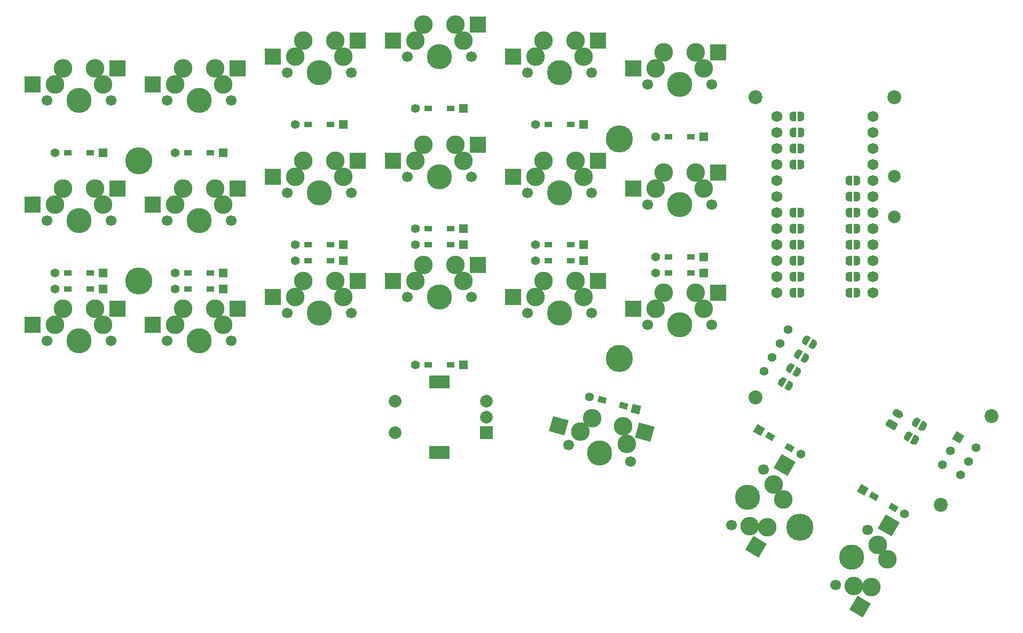
<source format=gbr>
%TF.GenerationSoftware,KiCad,Pcbnew,(5.1.9-0-10_14)*%
%TF.CreationDate,2021-10-14T21:57:33+01:00*%
%TF.ProjectId,edoxpcb,65646f78-7063-4622-9e6b-696361645f70,rev?*%
%TF.SameCoordinates,Original*%
%TF.FileFunction,Soldermask,Bot*%
%TF.FilePolarity,Negative*%
%FSLAX46Y46*%
G04 Gerber Fmt 4.6, Leading zero omitted, Abs format (unit mm)*
G04 Created by KiCad (PCBNEW (5.1.9-0-10_14)) date 2021-10-14 21:57:33*
%MOMM*%
%LPD*%
G01*
G04 APERTURE LIST*
%ADD10C,4.300000*%
%ADD11C,1.752600*%
%ADD12C,1.397000*%
%ADD13R,2.000000X2.000000*%
%ADD14C,2.000000*%
%ADD15R,3.200000X2.000000*%
%ADD16C,1.700000*%
%ADD17C,2.950000*%
%ADD18R,2.550000X2.500000*%
%ADD19C,3.980180*%
%ADD20C,0.100000*%
%ADD21C,1.400000*%
%ADD22C,2.200000*%
%ADD23R,1.397000X1.397000*%
%ADD24R,1.300000X0.950000*%
G04 APERTURE END LIST*
D10*
%TO.C,H5*%
X57746536Y-49946449D03*
%TD*%
D11*
%TO.C,U0*%
X97966533Y-34401450D03*
X97966533Y-14081450D03*
X82726533Y-21701450D03*
X82726533Y-19161450D03*
X97966533Y-26781450D03*
X97966533Y-29321450D03*
X82726533Y-11541450D03*
X82726533Y-14081450D03*
X82726533Y-34401450D03*
X97966533Y-11541450D03*
X97966533Y-16621450D03*
X97966533Y-39481450D03*
X97966533Y-31861450D03*
X97966533Y-36941450D03*
X82726533Y-29321450D03*
X82726533Y-16621450D03*
X82726533Y-24241450D03*
X97966533Y-21701450D03*
X97966533Y-19161450D03*
X82726533Y-26781450D03*
X82726533Y-36941450D03*
X82726533Y-31861450D03*
X97966533Y-24241450D03*
X82726533Y-39481450D03*
%TD*%
D12*
%TO.C,OL1*%
X80685531Y-51959564D03*
X81955531Y-49759859D03*
X83225531Y-47560155D03*
X84495531Y-45360450D03*
%TD*%
D13*
%TO.C,SW32*%
X36672154Y-61710810D03*
D14*
X36672154Y-59210810D03*
X36672154Y-56710810D03*
D15*
X29172154Y-64810810D03*
X29172154Y-53610810D03*
D14*
X22172154Y-61710810D03*
X22172154Y-56710810D03*
%TD*%
%TO.C,SWRST1*%
X101371531Y-27491451D03*
X101371531Y-20991451D03*
%TD*%
D16*
%TO.C,SW25*%
X72351536Y-44606447D03*
X62191536Y-44606447D03*
D17*
X64731536Y-39526447D03*
X69811536Y-39526447D03*
D18*
X73361536Y-39526447D03*
D17*
X63461536Y-42066447D03*
D19*
X67271536Y-44606447D03*
D18*
X59911536Y-42066447D03*
D17*
X71081536Y-42066447D03*
%TD*%
D20*
%TO.C,SWPOW1*%
G36*
X111204377Y-61439526D02*
G01*
X112416813Y-62139526D01*
X111716813Y-63351962D01*
X110504377Y-62651962D01*
X111204377Y-61439526D01*
G37*
D21*
X110210595Y-64560808D03*
X108960595Y-66725871D03*
X114318479Y-64045744D03*
X113068479Y-66210808D03*
X111818479Y-68375871D03*
%TD*%
%TO.C,BT1*%
G36*
G01*
X101145800Y-61220590D02*
X100063266Y-60595589D01*
G75*
G02*
X99971761Y-60254085I125000J216505D01*
G01*
X100321762Y-59647866D01*
G75*
G02*
X100663267Y-59556360I216505J-124999D01*
G01*
X101745800Y-60181361D01*
G75*
G02*
X101837305Y-60522865I-125000J-216505D01*
G01*
X101487304Y-61129084D01*
G75*
G02*
X101145800Y-61220590I-216505J124999D01*
G01*
G37*
G36*
G01*
X101842690Y-59313540D02*
X101366376Y-59038540D01*
G75*
G02*
X101146761Y-58218925I300000J519615D01*
G01*
X101146761Y-58218925D01*
G75*
G02*
X101966376Y-57999310I519615J-300000D01*
G01*
X102442690Y-58274310D01*
G75*
G02*
X102662305Y-59093925I-300000J-519615D01*
G01*
X102662305Y-59093925D01*
G75*
G02*
X101842690Y-59313540I-519615J300000D01*
G01*
G37*
%TD*%
D10*
%TO.C,H4*%
X86320536Y-76679450D03*
%TD*%
%TO.C,H3*%
X57746536Y-15076449D03*
%TD*%
%TO.C,H2*%
X-18453464Y-37621449D03*
%TD*%
%TO.C,H1*%
X-18453464Y-18571449D03*
%TD*%
D22*
%TO.C,H10*%
X116790536Y-59052449D03*
%TD*%
%TO.C,H9*%
X108690536Y-73082448D03*
%TD*%
%TO.C,H8*%
X79321537Y-56125448D03*
%TD*%
%TO.C,H7*%
X101371535Y-8506449D03*
%TD*%
%TO.C,H6*%
X79321536Y-8506449D03*
%TD*%
D20*
%TO.C,JPRSTB1*%
G36*
X85251533Y-17370847D02*
G01*
X85226999Y-17370847D01*
X85178168Y-17366037D01*
X85130043Y-17356465D01*
X85083088Y-17342221D01*
X85037755Y-17323444D01*
X84994482Y-17300313D01*
X84953683Y-17273053D01*
X84915754Y-17241925D01*
X84881057Y-17207228D01*
X84849929Y-17169299D01*
X84822669Y-17128500D01*
X84799538Y-17085227D01*
X84780761Y-17039894D01*
X84766517Y-16992939D01*
X84756945Y-16944814D01*
X84752135Y-16895983D01*
X84752135Y-16871449D01*
X84751533Y-16871449D01*
X84751533Y-16371449D01*
X84752135Y-16371449D01*
X84752135Y-16346915D01*
X84756945Y-16298084D01*
X84766517Y-16249959D01*
X84780761Y-16203004D01*
X84799538Y-16157671D01*
X84822669Y-16114398D01*
X84849929Y-16073599D01*
X84881057Y-16035670D01*
X84915754Y-16000973D01*
X84953683Y-15969845D01*
X84994482Y-15942585D01*
X85037755Y-15919454D01*
X85083088Y-15900677D01*
X85130043Y-15886433D01*
X85178168Y-15876861D01*
X85226999Y-15872051D01*
X85251533Y-15872051D01*
X85251533Y-15871449D01*
X85751533Y-15871449D01*
X85751533Y-17371449D01*
X85251533Y-17371449D01*
X85251533Y-17370847D01*
G37*
G36*
X86051533Y-15871449D02*
G01*
X86551533Y-15871449D01*
X86551533Y-15872051D01*
X86576067Y-15872051D01*
X86624898Y-15876861D01*
X86673023Y-15886433D01*
X86719978Y-15900677D01*
X86765311Y-15919454D01*
X86808584Y-15942585D01*
X86849383Y-15969845D01*
X86887312Y-16000973D01*
X86922009Y-16035670D01*
X86953137Y-16073599D01*
X86980397Y-16114398D01*
X87003528Y-16157671D01*
X87022305Y-16203004D01*
X87036549Y-16249959D01*
X87046121Y-16298084D01*
X87050931Y-16346915D01*
X87050931Y-16371449D01*
X87051533Y-16371449D01*
X87051533Y-16871449D01*
X87050931Y-16871449D01*
X87050931Y-16895983D01*
X87046121Y-16944814D01*
X87036549Y-16992939D01*
X87022305Y-17039894D01*
X87003528Y-17085227D01*
X86980397Y-17128500D01*
X86953137Y-17169299D01*
X86922009Y-17207228D01*
X86887312Y-17241925D01*
X86849383Y-17273053D01*
X86808584Y-17300313D01*
X86765311Y-17323444D01*
X86719978Y-17342221D01*
X86673023Y-17356465D01*
X86624898Y-17366037D01*
X86576067Y-17370847D01*
X86551533Y-17370847D01*
X86551533Y-17371449D01*
X86051533Y-17371449D01*
X86051533Y-15871449D01*
G37*
%TD*%
%TO.C,JPOVCCB1*%
G36*
X85703988Y-49855595D02*
G01*
X85682741Y-49843328D01*
X85642857Y-49814747D01*
X85605966Y-49782395D01*
X85572423Y-49746581D01*
X85542552Y-49707654D01*
X85516642Y-49665985D01*
X85494939Y-49621978D01*
X85477656Y-49576055D01*
X85464956Y-49528658D01*
X85456963Y-49480247D01*
X85453754Y-49431284D01*
X85455359Y-49382243D01*
X85461764Y-49333595D01*
X85472906Y-49285809D01*
X85488679Y-49239345D01*
X85508929Y-49194651D01*
X85521196Y-49173404D01*
X85520674Y-49173103D01*
X85770674Y-48740091D01*
X85771196Y-48740392D01*
X85783463Y-48719145D01*
X85812044Y-48679261D01*
X85844396Y-48642369D01*
X85880209Y-48608827D01*
X85919137Y-48578956D01*
X85960805Y-48553046D01*
X86004813Y-48531343D01*
X86050735Y-48514060D01*
X86098132Y-48501360D01*
X86146543Y-48493366D01*
X86195506Y-48490158D01*
X86244547Y-48491762D01*
X86293195Y-48498168D01*
X86340982Y-48509309D01*
X86387445Y-48525082D01*
X86432139Y-48545332D01*
X86453386Y-48557599D01*
X86453687Y-48557078D01*
X86886700Y-48807078D01*
X86136700Y-50106116D01*
X85703687Y-49856116D01*
X85703988Y-49855595D01*
G37*
G36*
X87146508Y-48957078D02*
G01*
X87579521Y-49207078D01*
X87579220Y-49207599D01*
X87600467Y-49219866D01*
X87640351Y-49248447D01*
X87677242Y-49280799D01*
X87710785Y-49316613D01*
X87740656Y-49355540D01*
X87766566Y-49397209D01*
X87788269Y-49441216D01*
X87805552Y-49487139D01*
X87818252Y-49534536D01*
X87826245Y-49582947D01*
X87829454Y-49631910D01*
X87827849Y-49680951D01*
X87821444Y-49729599D01*
X87810302Y-49777385D01*
X87794529Y-49823849D01*
X87774279Y-49868543D01*
X87762012Y-49889790D01*
X87762534Y-49890091D01*
X87512534Y-50323103D01*
X87512012Y-50322802D01*
X87499745Y-50344049D01*
X87471164Y-50383933D01*
X87438812Y-50420825D01*
X87402999Y-50454367D01*
X87364071Y-50484238D01*
X87322403Y-50510148D01*
X87278395Y-50531851D01*
X87232473Y-50549134D01*
X87185076Y-50561834D01*
X87136665Y-50569828D01*
X87087702Y-50573036D01*
X87038661Y-50571432D01*
X86990013Y-50565026D01*
X86942226Y-50553885D01*
X86895763Y-50538112D01*
X86851069Y-50517862D01*
X86829822Y-50505595D01*
X86829521Y-50506116D01*
X86396508Y-50256116D01*
X87146508Y-48957078D01*
G37*
%TD*%
%TO.C,JPOSDAB1*%
G36*
X83163985Y-54255005D02*
G01*
X83142738Y-54242738D01*
X83102854Y-54214157D01*
X83065963Y-54181805D01*
X83032420Y-54145991D01*
X83002549Y-54107064D01*
X82976639Y-54065395D01*
X82954936Y-54021388D01*
X82937653Y-53975465D01*
X82924953Y-53928068D01*
X82916960Y-53879657D01*
X82913751Y-53830694D01*
X82915356Y-53781653D01*
X82921761Y-53733005D01*
X82932903Y-53685219D01*
X82948676Y-53638755D01*
X82968926Y-53594061D01*
X82981193Y-53572814D01*
X82980671Y-53572513D01*
X83230671Y-53139501D01*
X83231193Y-53139802D01*
X83243460Y-53118555D01*
X83272041Y-53078671D01*
X83304393Y-53041779D01*
X83340206Y-53008237D01*
X83379134Y-52978366D01*
X83420802Y-52952456D01*
X83464810Y-52930753D01*
X83510732Y-52913470D01*
X83558129Y-52900770D01*
X83606540Y-52892776D01*
X83655503Y-52889568D01*
X83704544Y-52891172D01*
X83753192Y-52897578D01*
X83800979Y-52908719D01*
X83847442Y-52924492D01*
X83892136Y-52944742D01*
X83913383Y-52957009D01*
X83913684Y-52956488D01*
X84346697Y-53206488D01*
X83596697Y-54505526D01*
X83163684Y-54255526D01*
X83163985Y-54255005D01*
G37*
G36*
X84606505Y-53356488D02*
G01*
X85039518Y-53606488D01*
X85039217Y-53607009D01*
X85060464Y-53619276D01*
X85100348Y-53647857D01*
X85137239Y-53680209D01*
X85170782Y-53716023D01*
X85200653Y-53754950D01*
X85226563Y-53796619D01*
X85248266Y-53840626D01*
X85265549Y-53886549D01*
X85278249Y-53933946D01*
X85286242Y-53982357D01*
X85289451Y-54031320D01*
X85287846Y-54080361D01*
X85281441Y-54129009D01*
X85270299Y-54176795D01*
X85254526Y-54223259D01*
X85234276Y-54267953D01*
X85222009Y-54289200D01*
X85222531Y-54289501D01*
X84972531Y-54722513D01*
X84972009Y-54722212D01*
X84959742Y-54743459D01*
X84931161Y-54783343D01*
X84898809Y-54820235D01*
X84862996Y-54853777D01*
X84824068Y-54883648D01*
X84782400Y-54909558D01*
X84738392Y-54931261D01*
X84692470Y-54948544D01*
X84645073Y-54961244D01*
X84596662Y-54969238D01*
X84547699Y-54972446D01*
X84498658Y-54970842D01*
X84450010Y-54964436D01*
X84402223Y-54953295D01*
X84355760Y-54937522D01*
X84311066Y-54917272D01*
X84289819Y-54905005D01*
X84289518Y-54905526D01*
X83856505Y-54655526D01*
X84606505Y-53356488D01*
G37*
%TD*%
%TO.C,JPOSCLB1*%
G36*
X84433984Y-52055301D02*
G01*
X84412737Y-52043034D01*
X84372853Y-52014453D01*
X84335962Y-51982101D01*
X84302419Y-51946287D01*
X84272548Y-51907360D01*
X84246638Y-51865691D01*
X84224935Y-51821684D01*
X84207652Y-51775761D01*
X84194952Y-51728364D01*
X84186959Y-51679953D01*
X84183750Y-51630990D01*
X84185355Y-51581949D01*
X84191760Y-51533301D01*
X84202902Y-51485515D01*
X84218675Y-51439051D01*
X84238925Y-51394357D01*
X84251192Y-51373110D01*
X84250670Y-51372809D01*
X84500670Y-50939797D01*
X84501192Y-50940098D01*
X84513459Y-50918851D01*
X84542040Y-50878967D01*
X84574392Y-50842075D01*
X84610205Y-50808533D01*
X84649133Y-50778662D01*
X84690801Y-50752752D01*
X84734809Y-50731049D01*
X84780731Y-50713766D01*
X84828128Y-50701066D01*
X84876539Y-50693072D01*
X84925502Y-50689864D01*
X84974543Y-50691468D01*
X85023191Y-50697874D01*
X85070978Y-50709015D01*
X85117441Y-50724788D01*
X85162135Y-50745038D01*
X85183382Y-50757305D01*
X85183683Y-50756784D01*
X85616696Y-51006784D01*
X84866696Y-52305822D01*
X84433683Y-52055822D01*
X84433984Y-52055301D01*
G37*
G36*
X85876504Y-51156784D02*
G01*
X86309517Y-51406784D01*
X86309216Y-51407305D01*
X86330463Y-51419572D01*
X86370347Y-51448153D01*
X86407238Y-51480505D01*
X86440781Y-51516319D01*
X86470652Y-51555246D01*
X86496562Y-51596915D01*
X86518265Y-51640922D01*
X86535548Y-51686845D01*
X86548248Y-51734242D01*
X86556241Y-51782653D01*
X86559450Y-51831616D01*
X86557845Y-51880657D01*
X86551440Y-51929305D01*
X86540298Y-51977091D01*
X86524525Y-52023555D01*
X86504275Y-52068249D01*
X86492008Y-52089496D01*
X86492530Y-52089797D01*
X86242530Y-52522809D01*
X86242008Y-52522508D01*
X86229741Y-52543755D01*
X86201160Y-52583639D01*
X86168808Y-52620531D01*
X86132995Y-52654073D01*
X86094067Y-52683944D01*
X86052399Y-52709854D01*
X86008391Y-52731557D01*
X85962469Y-52748840D01*
X85915072Y-52761540D01*
X85866661Y-52769534D01*
X85817698Y-52772742D01*
X85768657Y-52771138D01*
X85720009Y-52764732D01*
X85672222Y-52753591D01*
X85625759Y-52737818D01*
X85581065Y-52717568D01*
X85559818Y-52705301D01*
X85559517Y-52705822D01*
X85126504Y-52455822D01*
X85876504Y-51156784D01*
G37*
%TD*%
%TO.C,JPOGNDB1*%
G36*
X86973986Y-47655892D02*
G01*
X86952739Y-47643625D01*
X86912855Y-47615044D01*
X86875964Y-47582692D01*
X86842421Y-47546878D01*
X86812550Y-47507951D01*
X86786640Y-47466282D01*
X86764937Y-47422275D01*
X86747654Y-47376352D01*
X86734954Y-47328955D01*
X86726961Y-47280544D01*
X86723752Y-47231581D01*
X86725357Y-47182540D01*
X86731762Y-47133892D01*
X86742904Y-47086106D01*
X86758677Y-47039642D01*
X86778927Y-46994948D01*
X86791194Y-46973701D01*
X86790672Y-46973400D01*
X87040672Y-46540388D01*
X87041194Y-46540689D01*
X87053461Y-46519442D01*
X87082042Y-46479558D01*
X87114394Y-46442666D01*
X87150207Y-46409124D01*
X87189135Y-46379253D01*
X87230803Y-46353343D01*
X87274811Y-46331640D01*
X87320733Y-46314357D01*
X87368130Y-46301657D01*
X87416541Y-46293663D01*
X87465504Y-46290455D01*
X87514545Y-46292059D01*
X87563193Y-46298465D01*
X87610980Y-46309606D01*
X87657443Y-46325379D01*
X87702137Y-46345629D01*
X87723384Y-46357896D01*
X87723685Y-46357375D01*
X88156698Y-46607375D01*
X87406698Y-47906413D01*
X86973685Y-47656413D01*
X86973986Y-47655892D01*
G37*
G36*
X88416506Y-46757375D02*
G01*
X88849519Y-47007375D01*
X88849218Y-47007896D01*
X88870465Y-47020163D01*
X88910349Y-47048744D01*
X88947240Y-47081096D01*
X88980783Y-47116910D01*
X89010654Y-47155837D01*
X89036564Y-47197506D01*
X89058267Y-47241513D01*
X89075550Y-47287436D01*
X89088250Y-47334833D01*
X89096243Y-47383244D01*
X89099452Y-47432207D01*
X89097847Y-47481248D01*
X89091442Y-47529896D01*
X89080300Y-47577682D01*
X89064527Y-47624146D01*
X89044277Y-47668840D01*
X89032010Y-47690087D01*
X89032532Y-47690388D01*
X88782532Y-48123400D01*
X88782010Y-48123099D01*
X88769743Y-48144346D01*
X88741162Y-48184230D01*
X88708810Y-48221122D01*
X88672997Y-48254664D01*
X88634069Y-48284535D01*
X88592401Y-48310445D01*
X88548393Y-48332148D01*
X88502471Y-48349431D01*
X88455074Y-48362131D01*
X88406663Y-48370125D01*
X88357700Y-48373333D01*
X88308659Y-48371729D01*
X88260011Y-48365323D01*
X88212224Y-48354182D01*
X88165761Y-48338409D01*
X88121067Y-48318159D01*
X88099820Y-48305892D01*
X88099519Y-48306413D01*
X87666506Y-48056413D01*
X88416506Y-46757375D01*
G37*
%TD*%
D16*
%TO.C,SW35*%
X92029533Y-85840857D03*
X97109533Y-77042039D03*
D17*
X100238942Y-81781743D03*
X97698942Y-86181153D03*
D20*
G36*
X95478910Y-87526361D02*
G01*
X97643974Y-88776361D01*
X96368974Y-90984725D01*
X94203910Y-89734725D01*
X95478910Y-87526361D01*
G37*
D17*
X98674238Y-79411891D03*
D19*
X94569533Y-81441448D03*
D20*
G36*
X100004206Y-74608319D02*
G01*
X102169270Y-75858319D01*
X100894270Y-78066683D01*
X98729206Y-76816683D01*
X100004206Y-74608319D01*
G37*
D17*
X94864238Y-86011005D03*
%TD*%
D16*
%TO.C,SW34*%
X75531535Y-76315858D03*
X80611535Y-67517040D03*
D17*
X83740944Y-72256744D03*
X81200944Y-76656154D03*
D20*
G36*
X78980912Y-78001362D02*
G01*
X81145976Y-79251362D01*
X79870976Y-81459726D01*
X77705912Y-80209726D01*
X78980912Y-78001362D01*
G37*
D17*
X82176240Y-69886892D03*
D19*
X78071535Y-71916449D03*
D20*
G36*
X83506208Y-65083320D02*
G01*
X85671272Y-66333320D01*
X84396272Y-68541684D01*
X82231208Y-67291684D01*
X83506208Y-65083320D01*
G37*
D17*
X78366240Y-76486006D03*
%TD*%
D16*
%TO.C,SW33*%
X59478434Y-66241246D03*
X49664628Y-63611644D03*
D17*
X53432880Y-59362141D03*
X58339783Y-60676942D03*
D20*
G36*
X60213741Y-62473163D02*
G01*
X60860788Y-60058348D01*
X63323899Y-60718337D01*
X62676852Y-63133152D01*
X60213741Y-62473163D01*
G37*
D17*
X51548754Y-61486893D03*
D19*
X54571531Y-64926445D03*
D20*
G36*
X46564638Y-61445498D02*
G01*
X47211685Y-59030683D01*
X49674796Y-59690672D01*
X49027749Y-62105487D01*
X46564638Y-61445498D01*
G37*
D17*
X58909109Y-63459094D03*
%TD*%
D16*
%TO.C,SW24*%
X53301532Y-42701449D03*
X43141532Y-42701449D03*
D17*
X45681532Y-37621449D03*
X50761532Y-37621449D03*
D18*
X54311532Y-37621449D03*
D17*
X44411532Y-40161449D03*
D19*
X48221532Y-42701449D03*
D18*
X40861532Y-40161449D03*
D17*
X52031532Y-40161449D03*
%TD*%
D16*
%TO.C,SW23*%
X34251535Y-40161449D03*
X24091535Y-40161449D03*
D17*
X26631535Y-35081449D03*
X31711535Y-35081449D03*
D18*
X35261535Y-35081449D03*
D17*
X25361535Y-37621449D03*
D19*
X29171535Y-40161449D03*
D18*
X21811535Y-37621449D03*
D17*
X32981535Y-37621449D03*
%TD*%
D16*
%TO.C,SW22*%
X15201532Y-42701449D03*
X5041532Y-42701449D03*
D17*
X7581532Y-37621449D03*
X12661532Y-37621449D03*
D18*
X16211532Y-37621449D03*
D17*
X6311532Y-40161449D03*
D19*
X10121532Y-42701449D03*
D18*
X2761532Y-40161449D03*
D17*
X13931532Y-40161449D03*
%TD*%
D16*
%TO.C,SW21*%
X-3848468Y-47146449D03*
X-14008468Y-47146449D03*
D17*
X-11468468Y-42066449D03*
X-6388468Y-42066449D03*
D18*
X-2838468Y-42066449D03*
D17*
X-12738468Y-44606449D03*
D19*
X-8928468Y-47146449D03*
D18*
X-16288468Y-44606449D03*
D17*
X-5118468Y-44606449D03*
%TD*%
D16*
%TO.C,SW20*%
X-22898468Y-47146449D03*
X-33058468Y-47146449D03*
D17*
X-30518468Y-42066449D03*
X-25438468Y-42066449D03*
D18*
X-21888468Y-42066449D03*
D17*
X-31788468Y-44606449D03*
D19*
X-27978468Y-47146449D03*
D18*
X-35338468Y-44606449D03*
D17*
X-24168468Y-44606449D03*
%TD*%
D16*
%TO.C,SW15*%
X72351534Y-25556446D03*
X62191534Y-25556446D03*
D17*
X64731534Y-20476446D03*
X69811534Y-20476446D03*
D18*
X73361534Y-20476446D03*
D17*
X63461534Y-23016446D03*
D19*
X67271534Y-25556446D03*
D18*
X59911534Y-23016446D03*
D17*
X71081534Y-23016446D03*
%TD*%
D16*
%TO.C,SW14*%
X53301532Y-23651449D03*
X43141532Y-23651449D03*
D17*
X45681532Y-18571449D03*
X50761532Y-18571449D03*
D18*
X54311532Y-18571449D03*
D17*
X44411532Y-21111449D03*
D19*
X48221532Y-23651449D03*
D18*
X40861532Y-21111449D03*
D17*
X52031532Y-21111449D03*
%TD*%
D16*
%TO.C,SW13*%
X34251535Y-21111449D03*
X24091535Y-21111449D03*
D17*
X26631535Y-16031449D03*
X31711535Y-16031449D03*
D18*
X35261535Y-16031449D03*
D17*
X25361535Y-18571449D03*
D19*
X29171535Y-21111449D03*
D18*
X21811535Y-18571449D03*
D17*
X32981535Y-18571449D03*
%TD*%
D16*
%TO.C,SW12*%
X15201535Y-23651450D03*
X5041535Y-23651450D03*
D17*
X7581535Y-18571450D03*
X12661535Y-18571450D03*
D18*
X16211535Y-18571450D03*
D17*
X6311535Y-21111450D03*
D19*
X10121535Y-23651450D03*
D18*
X2761535Y-21111450D03*
D17*
X13931535Y-21111450D03*
%TD*%
D16*
%TO.C,SW11*%
X-3848469Y-28096449D03*
X-14008469Y-28096449D03*
D17*
X-11468469Y-23016449D03*
X-6388469Y-23016449D03*
D18*
X-2838469Y-23016449D03*
D17*
X-12738469Y-25556449D03*
D19*
X-8928469Y-28096449D03*
D18*
X-16288469Y-25556449D03*
D17*
X-5118469Y-25556449D03*
%TD*%
D16*
%TO.C,SW10*%
X-22898468Y-28096449D03*
X-33058468Y-28096449D03*
D17*
X-30518468Y-23016449D03*
X-25438468Y-23016449D03*
D18*
X-21888468Y-23016449D03*
D17*
X-31788468Y-25556449D03*
D19*
X-27978468Y-28096449D03*
D18*
X-35338468Y-25556449D03*
D17*
X-24168468Y-25556449D03*
%TD*%
D16*
%TO.C,SW5*%
X72351531Y-6506449D03*
X62191531Y-6506449D03*
D17*
X64731531Y-1426449D03*
X69811531Y-1426449D03*
D18*
X73361531Y-1426449D03*
D17*
X63461531Y-3966449D03*
D19*
X67271531Y-6506449D03*
D18*
X59911531Y-3966449D03*
D17*
X71081531Y-3966449D03*
%TD*%
D16*
%TO.C,SW4*%
X53301532Y-4601451D03*
X43141532Y-4601451D03*
D17*
X45681532Y478549D03*
X50761532Y478549D03*
D18*
X54311532Y478549D03*
D17*
X44411532Y-2061451D03*
D19*
X48221532Y-4601451D03*
D18*
X40861532Y-2061451D03*
D17*
X52031532Y-2061451D03*
%TD*%
D16*
%TO.C,SW3*%
X34251534Y-2061450D03*
X24091534Y-2061450D03*
D17*
X26631534Y3018550D03*
X31711534Y3018550D03*
D18*
X35261534Y3018550D03*
D17*
X25361534Y478550D03*
D19*
X29171534Y-2061450D03*
D18*
X21811534Y478550D03*
D17*
X32981534Y478550D03*
%TD*%
D16*
%TO.C,SW2*%
X15201536Y-4601450D03*
X5041536Y-4601450D03*
D17*
X7581536Y478550D03*
X12661536Y478550D03*
D18*
X16211536Y478550D03*
D17*
X6311536Y-2061450D03*
D19*
X10121536Y-4601450D03*
D18*
X2761536Y-2061450D03*
D17*
X13931536Y-2061450D03*
%TD*%
D16*
%TO.C,SW1*%
X-3848469Y-9046451D03*
X-14008469Y-9046451D03*
D17*
X-11468469Y-3966451D03*
X-6388469Y-3966451D03*
D18*
X-2838469Y-3966451D03*
D17*
X-12738469Y-6506451D03*
D19*
X-8928469Y-9046451D03*
D18*
X-16288469Y-6506451D03*
D17*
X-5118469Y-6506451D03*
%TD*%
D16*
%TO.C,SW0*%
X-22898464Y-9046449D03*
X-33058464Y-9046449D03*
D17*
X-30518464Y-3966449D03*
X-25438464Y-3966449D03*
D18*
X-21888464Y-3966449D03*
D17*
X-31788464Y-6506449D03*
D19*
X-27978464Y-9046449D03*
D18*
X-35338464Y-6506449D03*
D17*
X-24168464Y-6506449D03*
%TD*%
D20*
%TO.C,JP-B1*%
G36*
X103131473Y-62851299D02*
G01*
X103110226Y-62839032D01*
X103070342Y-62810451D01*
X103033451Y-62778099D01*
X102999908Y-62742285D01*
X102970037Y-62703358D01*
X102944127Y-62661689D01*
X102922424Y-62617682D01*
X102905141Y-62571759D01*
X102892441Y-62524362D01*
X102884448Y-62475951D01*
X102881239Y-62426988D01*
X102882844Y-62377947D01*
X102889249Y-62329299D01*
X102900391Y-62281513D01*
X102916164Y-62235049D01*
X102936414Y-62190355D01*
X102948681Y-62169108D01*
X102948159Y-62168807D01*
X103198159Y-61735795D01*
X103198681Y-61736096D01*
X103210948Y-61714849D01*
X103239529Y-61674965D01*
X103271881Y-61638073D01*
X103307694Y-61604531D01*
X103346622Y-61574660D01*
X103388290Y-61548750D01*
X103432298Y-61527047D01*
X103478220Y-61509764D01*
X103525617Y-61497064D01*
X103574028Y-61489070D01*
X103622991Y-61485862D01*
X103672032Y-61487466D01*
X103720680Y-61493872D01*
X103768467Y-61505013D01*
X103814930Y-61520786D01*
X103859624Y-61541036D01*
X103880871Y-61553303D01*
X103881172Y-61552782D01*
X104314185Y-61802782D01*
X103564185Y-63101820D01*
X103131172Y-62851820D01*
X103131473Y-62851299D01*
G37*
G36*
X104573993Y-61952782D02*
G01*
X105007006Y-62202782D01*
X105006705Y-62203303D01*
X105027952Y-62215570D01*
X105067836Y-62244151D01*
X105104727Y-62276503D01*
X105138270Y-62312317D01*
X105168141Y-62351244D01*
X105194051Y-62392913D01*
X105215754Y-62436920D01*
X105233037Y-62482843D01*
X105245737Y-62530240D01*
X105253730Y-62578651D01*
X105256939Y-62627614D01*
X105255334Y-62676655D01*
X105248929Y-62725303D01*
X105237787Y-62773089D01*
X105222014Y-62819553D01*
X105201764Y-62864247D01*
X105189497Y-62885494D01*
X105190019Y-62885795D01*
X104940019Y-63318807D01*
X104939497Y-63318506D01*
X104927230Y-63339753D01*
X104898649Y-63379637D01*
X104866297Y-63416529D01*
X104830484Y-63450071D01*
X104791556Y-63479942D01*
X104749888Y-63505852D01*
X104705880Y-63527555D01*
X104659958Y-63544838D01*
X104612561Y-63557538D01*
X104564150Y-63565532D01*
X104515187Y-63568740D01*
X104466146Y-63567136D01*
X104417498Y-63560730D01*
X104369711Y-63549589D01*
X104323248Y-63533816D01*
X104278554Y-63513566D01*
X104257307Y-63501299D01*
X104257006Y-63501820D01*
X103823993Y-63251820D01*
X104573993Y-61952782D01*
G37*
%TD*%
%TO.C,JP+B1*%
G36*
X104401473Y-60651594D02*
G01*
X104380226Y-60639327D01*
X104340342Y-60610746D01*
X104303451Y-60578394D01*
X104269908Y-60542580D01*
X104240037Y-60503653D01*
X104214127Y-60461984D01*
X104192424Y-60417977D01*
X104175141Y-60372054D01*
X104162441Y-60324657D01*
X104154448Y-60276246D01*
X104151239Y-60227283D01*
X104152844Y-60178242D01*
X104159249Y-60129594D01*
X104170391Y-60081808D01*
X104186164Y-60035344D01*
X104206414Y-59990650D01*
X104218681Y-59969403D01*
X104218159Y-59969102D01*
X104468159Y-59536090D01*
X104468681Y-59536391D01*
X104480948Y-59515144D01*
X104509529Y-59475260D01*
X104541881Y-59438368D01*
X104577694Y-59404826D01*
X104616622Y-59374955D01*
X104658290Y-59349045D01*
X104702298Y-59327342D01*
X104748220Y-59310059D01*
X104795617Y-59297359D01*
X104844028Y-59289365D01*
X104892991Y-59286157D01*
X104942032Y-59287761D01*
X104990680Y-59294167D01*
X105038467Y-59305308D01*
X105084930Y-59321081D01*
X105129624Y-59341331D01*
X105150871Y-59353598D01*
X105151172Y-59353077D01*
X105584185Y-59603077D01*
X104834185Y-60902115D01*
X104401172Y-60652115D01*
X104401473Y-60651594D01*
G37*
G36*
X105843993Y-59753077D02*
G01*
X106277006Y-60003077D01*
X106276705Y-60003598D01*
X106297952Y-60015865D01*
X106337836Y-60044446D01*
X106374727Y-60076798D01*
X106408270Y-60112612D01*
X106438141Y-60151539D01*
X106464051Y-60193208D01*
X106485754Y-60237215D01*
X106503037Y-60283138D01*
X106515737Y-60330535D01*
X106523730Y-60378946D01*
X106526939Y-60427909D01*
X106525334Y-60476950D01*
X106518929Y-60525598D01*
X106507787Y-60573384D01*
X106492014Y-60619848D01*
X106471764Y-60664542D01*
X106459497Y-60685789D01*
X106460019Y-60686090D01*
X106210019Y-61119102D01*
X106209497Y-61118801D01*
X106197230Y-61140048D01*
X106168649Y-61179932D01*
X106136297Y-61216824D01*
X106100484Y-61250366D01*
X106061556Y-61280237D01*
X106019888Y-61306147D01*
X105975880Y-61327850D01*
X105929958Y-61345133D01*
X105882561Y-61357833D01*
X105834150Y-61365827D01*
X105785187Y-61369035D01*
X105736146Y-61367431D01*
X105687498Y-61361025D01*
X105639711Y-61349884D01*
X105593248Y-61334111D01*
X105548554Y-61313861D01*
X105527307Y-61301594D01*
X105527006Y-61302115D01*
X105093993Y-61052115D01*
X105843993Y-59753077D01*
G37*
%TD*%
%TO.C,JPVCCB1*%
G36*
X85251532Y-19910843D02*
G01*
X85226998Y-19910843D01*
X85178167Y-19906033D01*
X85130042Y-19896461D01*
X85083087Y-19882217D01*
X85037754Y-19863440D01*
X84994481Y-19840309D01*
X84953682Y-19813049D01*
X84915753Y-19781921D01*
X84881056Y-19747224D01*
X84849928Y-19709295D01*
X84822668Y-19668496D01*
X84799537Y-19625223D01*
X84780760Y-19579890D01*
X84766516Y-19532935D01*
X84756944Y-19484810D01*
X84752134Y-19435979D01*
X84752134Y-19411445D01*
X84751532Y-19411445D01*
X84751532Y-18911445D01*
X84752134Y-18911445D01*
X84752134Y-18886911D01*
X84756944Y-18838080D01*
X84766516Y-18789955D01*
X84780760Y-18743000D01*
X84799537Y-18697667D01*
X84822668Y-18654394D01*
X84849928Y-18613595D01*
X84881056Y-18575666D01*
X84915753Y-18540969D01*
X84953682Y-18509841D01*
X84994481Y-18482581D01*
X85037754Y-18459450D01*
X85083087Y-18440673D01*
X85130042Y-18426429D01*
X85178167Y-18416857D01*
X85226998Y-18412047D01*
X85251532Y-18412047D01*
X85251532Y-18411445D01*
X85751532Y-18411445D01*
X85751532Y-19911445D01*
X85251532Y-19911445D01*
X85251532Y-19910843D01*
G37*
G36*
X86051532Y-18411445D02*
G01*
X86551532Y-18411445D01*
X86551532Y-18412047D01*
X86576066Y-18412047D01*
X86624897Y-18416857D01*
X86673022Y-18426429D01*
X86719977Y-18440673D01*
X86765310Y-18459450D01*
X86808583Y-18482581D01*
X86849382Y-18509841D01*
X86887311Y-18540969D01*
X86922008Y-18575666D01*
X86953136Y-18613595D01*
X86980396Y-18654394D01*
X87003527Y-18697667D01*
X87022304Y-18743000D01*
X87036548Y-18789955D01*
X87046120Y-18838080D01*
X87050930Y-18886911D01*
X87050930Y-18911445D01*
X87051532Y-18911445D01*
X87051532Y-19411445D01*
X87050930Y-19411445D01*
X87050930Y-19435979D01*
X87046120Y-19484810D01*
X87036548Y-19532935D01*
X87022304Y-19579890D01*
X87003527Y-19625223D01*
X86980396Y-19668496D01*
X86953136Y-19709295D01*
X86922008Y-19747224D01*
X86887311Y-19781921D01*
X86849382Y-19813049D01*
X86808583Y-19840309D01*
X86765310Y-19863440D01*
X86719977Y-19882217D01*
X86673022Y-19896461D01*
X86624897Y-19906033D01*
X86576066Y-19910843D01*
X86551532Y-19910843D01*
X86551532Y-19911445D01*
X86051532Y-19911445D01*
X86051532Y-18411445D01*
G37*
%TD*%
%TO.C,JPSDAB1*%
G36*
X95426532Y-20952055D02*
G01*
X95451066Y-20952055D01*
X95499897Y-20956865D01*
X95548022Y-20966437D01*
X95594977Y-20980681D01*
X95640310Y-20999458D01*
X95683583Y-21022589D01*
X95724382Y-21049849D01*
X95762311Y-21080977D01*
X95797008Y-21115674D01*
X95828136Y-21153603D01*
X95855396Y-21194402D01*
X95878527Y-21237675D01*
X95897304Y-21283008D01*
X95911548Y-21329963D01*
X95921120Y-21378088D01*
X95925930Y-21426919D01*
X95925930Y-21451453D01*
X95926532Y-21451453D01*
X95926532Y-21951453D01*
X95925930Y-21951453D01*
X95925930Y-21975987D01*
X95921120Y-22024818D01*
X95911548Y-22072943D01*
X95897304Y-22119898D01*
X95878527Y-22165231D01*
X95855396Y-22208504D01*
X95828136Y-22249303D01*
X95797008Y-22287232D01*
X95762311Y-22321929D01*
X95724382Y-22353057D01*
X95683583Y-22380317D01*
X95640310Y-22403448D01*
X95594977Y-22422225D01*
X95548022Y-22436469D01*
X95499897Y-22446041D01*
X95451066Y-22450851D01*
X95426532Y-22450851D01*
X95426532Y-22451453D01*
X94926532Y-22451453D01*
X94926532Y-20951453D01*
X95426532Y-20951453D01*
X95426532Y-20952055D01*
G37*
G36*
X94626532Y-22451453D02*
G01*
X94126532Y-22451453D01*
X94126532Y-22450851D01*
X94101998Y-22450851D01*
X94053167Y-22446041D01*
X94005042Y-22436469D01*
X93958087Y-22422225D01*
X93912754Y-22403448D01*
X93869481Y-22380317D01*
X93828682Y-22353057D01*
X93790753Y-22321929D01*
X93756056Y-22287232D01*
X93724928Y-22249303D01*
X93697668Y-22208504D01*
X93674537Y-22165231D01*
X93655760Y-22119898D01*
X93641516Y-22072943D01*
X93631944Y-22024818D01*
X93627134Y-21975987D01*
X93627134Y-21951453D01*
X93626532Y-21951453D01*
X93626532Y-21451453D01*
X93627134Y-21451453D01*
X93627134Y-21426919D01*
X93631944Y-21378088D01*
X93641516Y-21329963D01*
X93655760Y-21283008D01*
X93674537Y-21237675D01*
X93697668Y-21194402D01*
X93724928Y-21153603D01*
X93756056Y-21115674D01*
X93790753Y-21080977D01*
X93828682Y-21049849D01*
X93869481Y-21022589D01*
X93912754Y-20999458D01*
X93958087Y-20980681D01*
X94005042Y-20966437D01*
X94053167Y-20956865D01*
X94101998Y-20952055D01*
X94126532Y-20952055D01*
X94126532Y-20951453D01*
X94626532Y-20951453D01*
X94626532Y-22451453D01*
G37*
%TD*%
%TO.C,JPSCLB1*%
G36*
X95426532Y-23492051D02*
G01*
X95451066Y-23492051D01*
X95499897Y-23496861D01*
X95548022Y-23506433D01*
X95594977Y-23520677D01*
X95640310Y-23539454D01*
X95683583Y-23562585D01*
X95724382Y-23589845D01*
X95762311Y-23620973D01*
X95797008Y-23655670D01*
X95828136Y-23693599D01*
X95855396Y-23734398D01*
X95878527Y-23777671D01*
X95897304Y-23823004D01*
X95911548Y-23869959D01*
X95921120Y-23918084D01*
X95925930Y-23966915D01*
X95925930Y-23991449D01*
X95926532Y-23991449D01*
X95926532Y-24491449D01*
X95925930Y-24491449D01*
X95925930Y-24515983D01*
X95921120Y-24564814D01*
X95911548Y-24612939D01*
X95897304Y-24659894D01*
X95878527Y-24705227D01*
X95855396Y-24748500D01*
X95828136Y-24789299D01*
X95797008Y-24827228D01*
X95762311Y-24861925D01*
X95724382Y-24893053D01*
X95683583Y-24920313D01*
X95640310Y-24943444D01*
X95594977Y-24962221D01*
X95548022Y-24976465D01*
X95499897Y-24986037D01*
X95451066Y-24990847D01*
X95426532Y-24990847D01*
X95426532Y-24991449D01*
X94926532Y-24991449D01*
X94926532Y-23491449D01*
X95426532Y-23491449D01*
X95426532Y-23492051D01*
G37*
G36*
X94626532Y-24991449D02*
G01*
X94126532Y-24991449D01*
X94126532Y-24990847D01*
X94101998Y-24990847D01*
X94053167Y-24986037D01*
X94005042Y-24976465D01*
X93958087Y-24962221D01*
X93912754Y-24943444D01*
X93869481Y-24920313D01*
X93828682Y-24893053D01*
X93790753Y-24861925D01*
X93756056Y-24827228D01*
X93724928Y-24789299D01*
X93697668Y-24748500D01*
X93674537Y-24705227D01*
X93655760Y-24659894D01*
X93641516Y-24612939D01*
X93631944Y-24564814D01*
X93627134Y-24515983D01*
X93627134Y-24491449D01*
X93626532Y-24491449D01*
X93626532Y-23991449D01*
X93627134Y-23991449D01*
X93627134Y-23966915D01*
X93631944Y-23918084D01*
X93641516Y-23869959D01*
X93655760Y-23823004D01*
X93674537Y-23777671D01*
X93697668Y-23734398D01*
X93724928Y-23693599D01*
X93756056Y-23655670D01*
X93790753Y-23620973D01*
X93828682Y-23589845D01*
X93869481Y-23562585D01*
X93912754Y-23539454D01*
X93958087Y-23520677D01*
X94005042Y-23506433D01*
X94053167Y-23496861D01*
X94101998Y-23492051D01*
X94126532Y-23492051D01*
X94126532Y-23491449D01*
X94626532Y-23491449D01*
X94626532Y-24991449D01*
G37*
%TD*%
%TO.C,JPR3B1*%
G36*
X95426532Y-38732048D02*
G01*
X95451066Y-38732048D01*
X95499897Y-38736858D01*
X95548022Y-38746430D01*
X95594977Y-38760674D01*
X95640310Y-38779451D01*
X95683583Y-38802582D01*
X95724382Y-38829842D01*
X95762311Y-38860970D01*
X95797008Y-38895667D01*
X95828136Y-38933596D01*
X95855396Y-38974395D01*
X95878527Y-39017668D01*
X95897304Y-39063001D01*
X95911548Y-39109956D01*
X95921120Y-39158081D01*
X95925930Y-39206912D01*
X95925930Y-39231446D01*
X95926532Y-39231446D01*
X95926532Y-39731446D01*
X95925930Y-39731446D01*
X95925930Y-39755980D01*
X95921120Y-39804811D01*
X95911548Y-39852936D01*
X95897304Y-39899891D01*
X95878527Y-39945224D01*
X95855396Y-39988497D01*
X95828136Y-40029296D01*
X95797008Y-40067225D01*
X95762311Y-40101922D01*
X95724382Y-40133050D01*
X95683583Y-40160310D01*
X95640310Y-40183441D01*
X95594977Y-40202218D01*
X95548022Y-40216462D01*
X95499897Y-40226034D01*
X95451066Y-40230844D01*
X95426532Y-40230844D01*
X95426532Y-40231446D01*
X94926532Y-40231446D01*
X94926532Y-38731446D01*
X95426532Y-38731446D01*
X95426532Y-38732048D01*
G37*
G36*
X94626532Y-40231446D02*
G01*
X94126532Y-40231446D01*
X94126532Y-40230844D01*
X94101998Y-40230844D01*
X94053167Y-40226034D01*
X94005042Y-40216462D01*
X93958087Y-40202218D01*
X93912754Y-40183441D01*
X93869481Y-40160310D01*
X93828682Y-40133050D01*
X93790753Y-40101922D01*
X93756056Y-40067225D01*
X93724928Y-40029296D01*
X93697668Y-39988497D01*
X93674537Y-39945224D01*
X93655760Y-39899891D01*
X93641516Y-39852936D01*
X93631944Y-39804811D01*
X93627134Y-39755980D01*
X93627134Y-39731446D01*
X93626532Y-39731446D01*
X93626532Y-39231446D01*
X93627134Y-39231446D01*
X93627134Y-39206912D01*
X93631944Y-39158081D01*
X93641516Y-39109956D01*
X93655760Y-39063001D01*
X93674537Y-39017668D01*
X93697668Y-38974395D01*
X93724928Y-38933596D01*
X93756056Y-38895667D01*
X93790753Y-38860970D01*
X93828682Y-38829842D01*
X93869481Y-38802582D01*
X93912754Y-38779451D01*
X93958087Y-38760674D01*
X94005042Y-38746430D01*
X94053167Y-38736858D01*
X94101998Y-38732048D01*
X94126532Y-38732048D01*
X94126532Y-38731446D01*
X94626532Y-38731446D01*
X94626532Y-40231446D01*
G37*
%TD*%
%TO.C,JPR2B1*%
G36*
X95426532Y-36192051D02*
G01*
X95451066Y-36192051D01*
X95499897Y-36196861D01*
X95548022Y-36206433D01*
X95594977Y-36220677D01*
X95640310Y-36239454D01*
X95683583Y-36262585D01*
X95724382Y-36289845D01*
X95762311Y-36320973D01*
X95797008Y-36355670D01*
X95828136Y-36393599D01*
X95855396Y-36434398D01*
X95878527Y-36477671D01*
X95897304Y-36523004D01*
X95911548Y-36569959D01*
X95921120Y-36618084D01*
X95925930Y-36666915D01*
X95925930Y-36691449D01*
X95926532Y-36691449D01*
X95926532Y-37191449D01*
X95925930Y-37191449D01*
X95925930Y-37215983D01*
X95921120Y-37264814D01*
X95911548Y-37312939D01*
X95897304Y-37359894D01*
X95878527Y-37405227D01*
X95855396Y-37448500D01*
X95828136Y-37489299D01*
X95797008Y-37527228D01*
X95762311Y-37561925D01*
X95724382Y-37593053D01*
X95683583Y-37620313D01*
X95640310Y-37643444D01*
X95594977Y-37662221D01*
X95548022Y-37676465D01*
X95499897Y-37686037D01*
X95451066Y-37690847D01*
X95426532Y-37690847D01*
X95426532Y-37691449D01*
X94926532Y-37691449D01*
X94926532Y-36191449D01*
X95426532Y-36191449D01*
X95426532Y-36192051D01*
G37*
G36*
X94626532Y-37691449D02*
G01*
X94126532Y-37691449D01*
X94126532Y-37690847D01*
X94101998Y-37690847D01*
X94053167Y-37686037D01*
X94005042Y-37676465D01*
X93958087Y-37662221D01*
X93912754Y-37643444D01*
X93869481Y-37620313D01*
X93828682Y-37593053D01*
X93790753Y-37561925D01*
X93756056Y-37527228D01*
X93724928Y-37489299D01*
X93697668Y-37448500D01*
X93674537Y-37405227D01*
X93655760Y-37359894D01*
X93641516Y-37312939D01*
X93631944Y-37264814D01*
X93627134Y-37215983D01*
X93627134Y-37191449D01*
X93626532Y-37191449D01*
X93626532Y-36691449D01*
X93627134Y-36691449D01*
X93627134Y-36666915D01*
X93631944Y-36618084D01*
X93641516Y-36569959D01*
X93655760Y-36523004D01*
X93674537Y-36477671D01*
X93697668Y-36434398D01*
X93724928Y-36393599D01*
X93756056Y-36355670D01*
X93790753Y-36320973D01*
X93828682Y-36289845D01*
X93869481Y-36262585D01*
X93912754Y-36239454D01*
X93958087Y-36220677D01*
X94005042Y-36206433D01*
X94053167Y-36196861D01*
X94101998Y-36192051D01*
X94126532Y-36192051D01*
X94126532Y-36191449D01*
X94626532Y-36191449D01*
X94626532Y-37691449D01*
G37*
%TD*%
%TO.C,JPR1B1*%
G36*
X95426532Y-33652048D02*
G01*
X95451066Y-33652048D01*
X95499897Y-33656858D01*
X95548022Y-33666430D01*
X95594977Y-33680674D01*
X95640310Y-33699451D01*
X95683583Y-33722582D01*
X95724382Y-33749842D01*
X95762311Y-33780970D01*
X95797008Y-33815667D01*
X95828136Y-33853596D01*
X95855396Y-33894395D01*
X95878527Y-33937668D01*
X95897304Y-33983001D01*
X95911548Y-34029956D01*
X95921120Y-34078081D01*
X95925930Y-34126912D01*
X95925930Y-34151446D01*
X95926532Y-34151446D01*
X95926532Y-34651446D01*
X95925930Y-34651446D01*
X95925930Y-34675980D01*
X95921120Y-34724811D01*
X95911548Y-34772936D01*
X95897304Y-34819891D01*
X95878527Y-34865224D01*
X95855396Y-34908497D01*
X95828136Y-34949296D01*
X95797008Y-34987225D01*
X95762311Y-35021922D01*
X95724382Y-35053050D01*
X95683583Y-35080310D01*
X95640310Y-35103441D01*
X95594977Y-35122218D01*
X95548022Y-35136462D01*
X95499897Y-35146034D01*
X95451066Y-35150844D01*
X95426532Y-35150844D01*
X95426532Y-35151446D01*
X94926532Y-35151446D01*
X94926532Y-33651446D01*
X95426532Y-33651446D01*
X95426532Y-33652048D01*
G37*
G36*
X94626532Y-35151446D02*
G01*
X94126532Y-35151446D01*
X94126532Y-35150844D01*
X94101998Y-35150844D01*
X94053167Y-35146034D01*
X94005042Y-35136462D01*
X93958087Y-35122218D01*
X93912754Y-35103441D01*
X93869481Y-35080310D01*
X93828682Y-35053050D01*
X93790753Y-35021922D01*
X93756056Y-34987225D01*
X93724928Y-34949296D01*
X93697668Y-34908497D01*
X93674537Y-34865224D01*
X93655760Y-34819891D01*
X93641516Y-34772936D01*
X93631944Y-34724811D01*
X93627134Y-34675980D01*
X93627134Y-34651446D01*
X93626532Y-34651446D01*
X93626532Y-34151446D01*
X93627134Y-34151446D01*
X93627134Y-34126912D01*
X93631944Y-34078081D01*
X93641516Y-34029956D01*
X93655760Y-33983001D01*
X93674537Y-33937668D01*
X93697668Y-33894395D01*
X93724928Y-33853596D01*
X93756056Y-33815667D01*
X93790753Y-33780970D01*
X93828682Y-33749842D01*
X93869481Y-33722582D01*
X93912754Y-33699451D01*
X93958087Y-33680674D01*
X94005042Y-33666430D01*
X94053167Y-33656858D01*
X94101998Y-33652048D01*
X94126532Y-33652048D01*
X94126532Y-33651446D01*
X94626532Y-33651446D01*
X94626532Y-35151446D01*
G37*
%TD*%
%TO.C,JPR0B1*%
G36*
X95426533Y-31112052D02*
G01*
X95451067Y-31112052D01*
X95499898Y-31116862D01*
X95548023Y-31126434D01*
X95594978Y-31140678D01*
X95640311Y-31159455D01*
X95683584Y-31182586D01*
X95724383Y-31209846D01*
X95762312Y-31240974D01*
X95797009Y-31275671D01*
X95828137Y-31313600D01*
X95855397Y-31354399D01*
X95878528Y-31397672D01*
X95897305Y-31443005D01*
X95911549Y-31489960D01*
X95921121Y-31538085D01*
X95925931Y-31586916D01*
X95925931Y-31611450D01*
X95926533Y-31611450D01*
X95926533Y-32111450D01*
X95925931Y-32111450D01*
X95925931Y-32135984D01*
X95921121Y-32184815D01*
X95911549Y-32232940D01*
X95897305Y-32279895D01*
X95878528Y-32325228D01*
X95855397Y-32368501D01*
X95828137Y-32409300D01*
X95797009Y-32447229D01*
X95762312Y-32481926D01*
X95724383Y-32513054D01*
X95683584Y-32540314D01*
X95640311Y-32563445D01*
X95594978Y-32582222D01*
X95548023Y-32596466D01*
X95499898Y-32606038D01*
X95451067Y-32610848D01*
X95426533Y-32610848D01*
X95426533Y-32611450D01*
X94926533Y-32611450D01*
X94926533Y-31111450D01*
X95426533Y-31111450D01*
X95426533Y-31112052D01*
G37*
G36*
X94626533Y-32611450D02*
G01*
X94126533Y-32611450D01*
X94126533Y-32610848D01*
X94101999Y-32610848D01*
X94053168Y-32606038D01*
X94005043Y-32596466D01*
X93958088Y-32582222D01*
X93912755Y-32563445D01*
X93869482Y-32540314D01*
X93828683Y-32513054D01*
X93790754Y-32481926D01*
X93756057Y-32447229D01*
X93724929Y-32409300D01*
X93697669Y-32368501D01*
X93674538Y-32325228D01*
X93655761Y-32279895D01*
X93641517Y-32232940D01*
X93631945Y-32184815D01*
X93627135Y-32135984D01*
X93627135Y-32111450D01*
X93626533Y-32111450D01*
X93626533Y-31611450D01*
X93627135Y-31611450D01*
X93627135Y-31586916D01*
X93631945Y-31538085D01*
X93641517Y-31489960D01*
X93655761Y-31443005D01*
X93674538Y-31397672D01*
X93697669Y-31354399D01*
X93724929Y-31313600D01*
X93756057Y-31275671D01*
X93790754Y-31240974D01*
X93828683Y-31209846D01*
X93869482Y-31182586D01*
X93912755Y-31159455D01*
X93958088Y-31140678D01*
X94005043Y-31126434D01*
X94053168Y-31116862D01*
X94101999Y-31112052D01*
X94126533Y-31112052D01*
X94126533Y-31111450D01*
X94626533Y-31111450D01*
X94626533Y-32611450D01*
G37*
%TD*%
%TO.C,JPGNDB1*%
G36*
X85266534Y-14830849D02*
G01*
X85242000Y-14830849D01*
X85193169Y-14826039D01*
X85145044Y-14816467D01*
X85098089Y-14802223D01*
X85052756Y-14783446D01*
X85009483Y-14760315D01*
X84968684Y-14733055D01*
X84930755Y-14701927D01*
X84896058Y-14667230D01*
X84864930Y-14629301D01*
X84837670Y-14588502D01*
X84814539Y-14545229D01*
X84795762Y-14499896D01*
X84781518Y-14452941D01*
X84771946Y-14404816D01*
X84767136Y-14355985D01*
X84767136Y-14331451D01*
X84766534Y-14331451D01*
X84766534Y-13831451D01*
X84767136Y-13831451D01*
X84767136Y-13806917D01*
X84771946Y-13758086D01*
X84781518Y-13709961D01*
X84795762Y-13663006D01*
X84814539Y-13617673D01*
X84837670Y-13574400D01*
X84864930Y-13533601D01*
X84896058Y-13495672D01*
X84930755Y-13460975D01*
X84968684Y-13429847D01*
X85009483Y-13402587D01*
X85052756Y-13379456D01*
X85098089Y-13360679D01*
X85145044Y-13346435D01*
X85193169Y-13336863D01*
X85242000Y-13332053D01*
X85266534Y-13332053D01*
X85266534Y-13331451D01*
X85766534Y-13331451D01*
X85766534Y-14831451D01*
X85266534Y-14831451D01*
X85266534Y-14830849D01*
G37*
G36*
X86066534Y-13331451D02*
G01*
X86566534Y-13331451D01*
X86566534Y-13332053D01*
X86591068Y-13332053D01*
X86639899Y-13336863D01*
X86688024Y-13346435D01*
X86734979Y-13360679D01*
X86780312Y-13379456D01*
X86823585Y-13402587D01*
X86864384Y-13429847D01*
X86902313Y-13460975D01*
X86937010Y-13495672D01*
X86968138Y-13533601D01*
X86995398Y-13574400D01*
X87018529Y-13617673D01*
X87037306Y-13663006D01*
X87051550Y-13709961D01*
X87061122Y-13758086D01*
X87065932Y-13806917D01*
X87065932Y-13831451D01*
X87066534Y-13831451D01*
X87066534Y-14331451D01*
X87065932Y-14331451D01*
X87065932Y-14355985D01*
X87061122Y-14404816D01*
X87051550Y-14452941D01*
X87037306Y-14499896D01*
X87018529Y-14545229D01*
X86995398Y-14588502D01*
X86968138Y-14629301D01*
X86937010Y-14667230D01*
X86902313Y-14701927D01*
X86864384Y-14733055D01*
X86823585Y-14760315D01*
X86780312Y-14783446D01*
X86734979Y-14802223D01*
X86688024Y-14816467D01*
X86639899Y-14826039D01*
X86591068Y-14830849D01*
X86566534Y-14830849D01*
X86566534Y-14831451D01*
X86066534Y-14831451D01*
X86066534Y-13331451D01*
G37*
%TD*%
%TO.C,JPEBB2*%
G36*
X95426534Y-28572052D02*
G01*
X95451068Y-28572052D01*
X95499899Y-28576862D01*
X95548024Y-28586434D01*
X95594979Y-28600678D01*
X95640312Y-28619455D01*
X95683585Y-28642586D01*
X95724384Y-28669846D01*
X95762313Y-28700974D01*
X95797010Y-28735671D01*
X95828138Y-28773600D01*
X95855398Y-28814399D01*
X95878529Y-28857672D01*
X95897306Y-28903005D01*
X95911550Y-28949960D01*
X95921122Y-28998085D01*
X95925932Y-29046916D01*
X95925932Y-29071450D01*
X95926534Y-29071450D01*
X95926534Y-29571450D01*
X95925932Y-29571450D01*
X95925932Y-29595984D01*
X95921122Y-29644815D01*
X95911550Y-29692940D01*
X95897306Y-29739895D01*
X95878529Y-29785228D01*
X95855398Y-29828501D01*
X95828138Y-29869300D01*
X95797010Y-29907229D01*
X95762313Y-29941926D01*
X95724384Y-29973054D01*
X95683585Y-30000314D01*
X95640312Y-30023445D01*
X95594979Y-30042222D01*
X95548024Y-30056466D01*
X95499899Y-30066038D01*
X95451068Y-30070848D01*
X95426534Y-30070848D01*
X95426534Y-30071450D01*
X94926534Y-30071450D01*
X94926534Y-28571450D01*
X95426534Y-28571450D01*
X95426534Y-28572052D01*
G37*
G36*
X94626534Y-30071450D02*
G01*
X94126534Y-30071450D01*
X94126534Y-30070848D01*
X94102000Y-30070848D01*
X94053169Y-30066038D01*
X94005044Y-30056466D01*
X93958089Y-30042222D01*
X93912756Y-30023445D01*
X93869483Y-30000314D01*
X93828684Y-29973054D01*
X93790755Y-29941926D01*
X93756058Y-29907229D01*
X93724930Y-29869300D01*
X93697670Y-29828501D01*
X93674539Y-29785228D01*
X93655762Y-29739895D01*
X93641518Y-29692940D01*
X93631946Y-29644815D01*
X93627136Y-29595984D01*
X93627136Y-29571450D01*
X93626534Y-29571450D01*
X93626534Y-29071450D01*
X93627136Y-29071450D01*
X93627136Y-29046916D01*
X93631946Y-28998085D01*
X93641518Y-28949960D01*
X93655762Y-28903005D01*
X93674539Y-28857672D01*
X93697670Y-28814399D01*
X93724930Y-28773600D01*
X93756058Y-28735671D01*
X93790755Y-28700974D01*
X93828684Y-28669846D01*
X93869483Y-28642586D01*
X93912756Y-28619455D01*
X93958089Y-28600678D01*
X94005044Y-28586434D01*
X94053169Y-28576862D01*
X94102000Y-28572052D01*
X94126534Y-28572052D01*
X94126534Y-28571450D01*
X94626534Y-28571450D01*
X94626534Y-30071450D01*
G37*
%TD*%
%TO.C,JPEBB1*%
G36*
X85236532Y-12290850D02*
G01*
X85211998Y-12290850D01*
X85163167Y-12286040D01*
X85115042Y-12276468D01*
X85068087Y-12262224D01*
X85022754Y-12243447D01*
X84979481Y-12220316D01*
X84938682Y-12193056D01*
X84900753Y-12161928D01*
X84866056Y-12127231D01*
X84834928Y-12089302D01*
X84807668Y-12048503D01*
X84784537Y-12005230D01*
X84765760Y-11959897D01*
X84751516Y-11912942D01*
X84741944Y-11864817D01*
X84737134Y-11815986D01*
X84737134Y-11791452D01*
X84736532Y-11791452D01*
X84736532Y-11291452D01*
X84737134Y-11291452D01*
X84737134Y-11266918D01*
X84741944Y-11218087D01*
X84751516Y-11169962D01*
X84765760Y-11123007D01*
X84784537Y-11077674D01*
X84807668Y-11034401D01*
X84834928Y-10993602D01*
X84866056Y-10955673D01*
X84900753Y-10920976D01*
X84938682Y-10889848D01*
X84979481Y-10862588D01*
X85022754Y-10839457D01*
X85068087Y-10820680D01*
X85115042Y-10806436D01*
X85163167Y-10796864D01*
X85211998Y-10792054D01*
X85236532Y-10792054D01*
X85236532Y-10791452D01*
X85736532Y-10791452D01*
X85736532Y-12291452D01*
X85236532Y-12291452D01*
X85236532Y-12290850D01*
G37*
G36*
X86036532Y-10791452D02*
G01*
X86536532Y-10791452D01*
X86536532Y-10792054D01*
X86561066Y-10792054D01*
X86609897Y-10796864D01*
X86658022Y-10806436D01*
X86704977Y-10820680D01*
X86750310Y-10839457D01*
X86793583Y-10862588D01*
X86834382Y-10889848D01*
X86872311Y-10920976D01*
X86907008Y-10955673D01*
X86938136Y-10993602D01*
X86965396Y-11034401D01*
X86988527Y-11077674D01*
X87007304Y-11123007D01*
X87021548Y-11169962D01*
X87031120Y-11218087D01*
X87035930Y-11266918D01*
X87035930Y-11291452D01*
X87036532Y-11291452D01*
X87036532Y-11791452D01*
X87035930Y-11791452D01*
X87035930Y-11815986D01*
X87031120Y-11864817D01*
X87021548Y-11912942D01*
X87007304Y-11959897D01*
X86988527Y-12005230D01*
X86965396Y-12048503D01*
X86938136Y-12089302D01*
X86907008Y-12127231D01*
X86872311Y-12161928D01*
X86834382Y-12193056D01*
X86793583Y-12220316D01*
X86750310Y-12243447D01*
X86704977Y-12262224D01*
X86658022Y-12276468D01*
X86609897Y-12286040D01*
X86561066Y-12290850D01*
X86536532Y-12290850D01*
X86536532Y-12291452D01*
X86036532Y-12291452D01*
X86036532Y-10791452D01*
G37*
%TD*%
%TO.C,JPEAB1*%
G36*
X95441533Y-26032051D02*
G01*
X95466067Y-26032051D01*
X95514898Y-26036861D01*
X95563023Y-26046433D01*
X95609978Y-26060677D01*
X95655311Y-26079454D01*
X95698584Y-26102585D01*
X95739383Y-26129845D01*
X95777312Y-26160973D01*
X95812009Y-26195670D01*
X95843137Y-26233599D01*
X95870397Y-26274398D01*
X95893528Y-26317671D01*
X95912305Y-26363004D01*
X95926549Y-26409959D01*
X95936121Y-26458084D01*
X95940931Y-26506915D01*
X95940931Y-26531449D01*
X95941533Y-26531449D01*
X95941533Y-27031449D01*
X95940931Y-27031449D01*
X95940931Y-27055983D01*
X95936121Y-27104814D01*
X95926549Y-27152939D01*
X95912305Y-27199894D01*
X95893528Y-27245227D01*
X95870397Y-27288500D01*
X95843137Y-27329299D01*
X95812009Y-27367228D01*
X95777312Y-27401925D01*
X95739383Y-27433053D01*
X95698584Y-27460313D01*
X95655311Y-27483444D01*
X95609978Y-27502221D01*
X95563023Y-27516465D01*
X95514898Y-27526037D01*
X95466067Y-27530847D01*
X95441533Y-27530847D01*
X95441533Y-27531449D01*
X94941533Y-27531449D01*
X94941533Y-26031449D01*
X95441533Y-26031449D01*
X95441533Y-26032051D01*
G37*
G36*
X94641533Y-27531449D02*
G01*
X94141533Y-27531449D01*
X94141533Y-27530847D01*
X94116999Y-27530847D01*
X94068168Y-27526037D01*
X94020043Y-27516465D01*
X93973088Y-27502221D01*
X93927755Y-27483444D01*
X93884482Y-27460313D01*
X93843683Y-27433053D01*
X93805754Y-27401925D01*
X93771057Y-27367228D01*
X93739929Y-27329299D01*
X93712669Y-27288500D01*
X93689538Y-27245227D01*
X93670761Y-27199894D01*
X93656517Y-27152939D01*
X93646945Y-27104814D01*
X93642135Y-27055983D01*
X93642135Y-27031449D01*
X93641533Y-27031449D01*
X93641533Y-26531449D01*
X93642135Y-26531449D01*
X93642135Y-26506915D01*
X93646945Y-26458084D01*
X93656517Y-26409959D01*
X93670761Y-26363004D01*
X93689538Y-26317671D01*
X93712669Y-26274398D01*
X93739929Y-26233599D01*
X93771057Y-26195670D01*
X93805754Y-26160973D01*
X93843683Y-26129845D01*
X93884482Y-26102585D01*
X93927755Y-26079454D01*
X93973088Y-26060677D01*
X94020043Y-26046433D01*
X94068168Y-26036861D01*
X94116999Y-26032051D01*
X94141533Y-26032051D01*
X94141533Y-26031449D01*
X94641533Y-26031449D01*
X94641533Y-27531449D01*
G37*
%TD*%
%TO.C,JPC5B1*%
G36*
X85251531Y-40230846D02*
G01*
X85226997Y-40230846D01*
X85178166Y-40226036D01*
X85130041Y-40216464D01*
X85083086Y-40202220D01*
X85037753Y-40183443D01*
X84994480Y-40160312D01*
X84953681Y-40133052D01*
X84915752Y-40101924D01*
X84881055Y-40067227D01*
X84849927Y-40029298D01*
X84822667Y-39988499D01*
X84799536Y-39945226D01*
X84780759Y-39899893D01*
X84766515Y-39852938D01*
X84756943Y-39804813D01*
X84752133Y-39755982D01*
X84752133Y-39731448D01*
X84751531Y-39731448D01*
X84751531Y-39231448D01*
X84752133Y-39231448D01*
X84752133Y-39206914D01*
X84756943Y-39158083D01*
X84766515Y-39109958D01*
X84780759Y-39063003D01*
X84799536Y-39017670D01*
X84822667Y-38974397D01*
X84849927Y-38933598D01*
X84881055Y-38895669D01*
X84915752Y-38860972D01*
X84953681Y-38829844D01*
X84994480Y-38802584D01*
X85037753Y-38779453D01*
X85083086Y-38760676D01*
X85130041Y-38746432D01*
X85178166Y-38736860D01*
X85226997Y-38732050D01*
X85251531Y-38732050D01*
X85251531Y-38731448D01*
X85751531Y-38731448D01*
X85751531Y-40231448D01*
X85251531Y-40231448D01*
X85251531Y-40230846D01*
G37*
G36*
X86051531Y-38731448D02*
G01*
X86551531Y-38731448D01*
X86551531Y-38732050D01*
X86576065Y-38732050D01*
X86624896Y-38736860D01*
X86673021Y-38746432D01*
X86719976Y-38760676D01*
X86765309Y-38779453D01*
X86808582Y-38802584D01*
X86849381Y-38829844D01*
X86887310Y-38860972D01*
X86922007Y-38895669D01*
X86953135Y-38933598D01*
X86980395Y-38974397D01*
X87003526Y-39017670D01*
X87022303Y-39063003D01*
X87036547Y-39109958D01*
X87046119Y-39158083D01*
X87050929Y-39206914D01*
X87050929Y-39231448D01*
X87051531Y-39231448D01*
X87051531Y-39731448D01*
X87050929Y-39731448D01*
X87050929Y-39755982D01*
X87046119Y-39804813D01*
X87036547Y-39852938D01*
X87022303Y-39899893D01*
X87003526Y-39945226D01*
X86980395Y-39988499D01*
X86953135Y-40029298D01*
X86922007Y-40067227D01*
X86887310Y-40101924D01*
X86849381Y-40133052D01*
X86808582Y-40160312D01*
X86765309Y-40183443D01*
X86719976Y-40202220D01*
X86673021Y-40216464D01*
X86624896Y-40226036D01*
X86576065Y-40230846D01*
X86551531Y-40230846D01*
X86551531Y-40231448D01*
X86051531Y-40231448D01*
X86051531Y-38731448D01*
G37*
%TD*%
%TO.C,JPC4B1*%
G36*
X85251534Y-37690847D02*
G01*
X85227000Y-37690847D01*
X85178169Y-37686037D01*
X85130044Y-37676465D01*
X85083089Y-37662221D01*
X85037756Y-37643444D01*
X84994483Y-37620313D01*
X84953684Y-37593053D01*
X84915755Y-37561925D01*
X84881058Y-37527228D01*
X84849930Y-37489299D01*
X84822670Y-37448500D01*
X84799539Y-37405227D01*
X84780762Y-37359894D01*
X84766518Y-37312939D01*
X84756946Y-37264814D01*
X84752136Y-37215983D01*
X84752136Y-37191449D01*
X84751534Y-37191449D01*
X84751534Y-36691449D01*
X84752136Y-36691449D01*
X84752136Y-36666915D01*
X84756946Y-36618084D01*
X84766518Y-36569959D01*
X84780762Y-36523004D01*
X84799539Y-36477671D01*
X84822670Y-36434398D01*
X84849930Y-36393599D01*
X84881058Y-36355670D01*
X84915755Y-36320973D01*
X84953684Y-36289845D01*
X84994483Y-36262585D01*
X85037756Y-36239454D01*
X85083089Y-36220677D01*
X85130044Y-36206433D01*
X85178169Y-36196861D01*
X85227000Y-36192051D01*
X85251534Y-36192051D01*
X85251534Y-36191449D01*
X85751534Y-36191449D01*
X85751534Y-37691449D01*
X85251534Y-37691449D01*
X85251534Y-37690847D01*
G37*
G36*
X86051534Y-36191449D02*
G01*
X86551534Y-36191449D01*
X86551534Y-36192051D01*
X86576068Y-36192051D01*
X86624899Y-36196861D01*
X86673024Y-36206433D01*
X86719979Y-36220677D01*
X86765312Y-36239454D01*
X86808585Y-36262585D01*
X86849384Y-36289845D01*
X86887313Y-36320973D01*
X86922010Y-36355670D01*
X86953138Y-36393599D01*
X86980398Y-36434398D01*
X87003529Y-36477671D01*
X87022306Y-36523004D01*
X87036550Y-36569959D01*
X87046122Y-36618084D01*
X87050932Y-36666915D01*
X87050932Y-36691449D01*
X87051534Y-36691449D01*
X87051534Y-37191449D01*
X87050932Y-37191449D01*
X87050932Y-37215983D01*
X87046122Y-37264814D01*
X87036550Y-37312939D01*
X87022306Y-37359894D01*
X87003529Y-37405227D01*
X86980398Y-37448500D01*
X86953138Y-37489299D01*
X86922010Y-37527228D01*
X86887313Y-37561925D01*
X86849384Y-37593053D01*
X86808585Y-37620313D01*
X86765312Y-37643444D01*
X86719979Y-37662221D01*
X86673024Y-37676465D01*
X86624899Y-37686037D01*
X86576068Y-37690847D01*
X86551534Y-37690847D01*
X86551534Y-37691449D01*
X86051534Y-37691449D01*
X86051534Y-36191449D01*
G37*
%TD*%
%TO.C,JPC3B1*%
G36*
X85251531Y-35150846D02*
G01*
X85226997Y-35150846D01*
X85178166Y-35146036D01*
X85130041Y-35136464D01*
X85083086Y-35122220D01*
X85037753Y-35103443D01*
X84994480Y-35080312D01*
X84953681Y-35053052D01*
X84915752Y-35021924D01*
X84881055Y-34987227D01*
X84849927Y-34949298D01*
X84822667Y-34908499D01*
X84799536Y-34865226D01*
X84780759Y-34819893D01*
X84766515Y-34772938D01*
X84756943Y-34724813D01*
X84752133Y-34675982D01*
X84752133Y-34651448D01*
X84751531Y-34651448D01*
X84751531Y-34151448D01*
X84752133Y-34151448D01*
X84752133Y-34126914D01*
X84756943Y-34078083D01*
X84766515Y-34029958D01*
X84780759Y-33983003D01*
X84799536Y-33937670D01*
X84822667Y-33894397D01*
X84849927Y-33853598D01*
X84881055Y-33815669D01*
X84915752Y-33780972D01*
X84953681Y-33749844D01*
X84994480Y-33722584D01*
X85037753Y-33699453D01*
X85083086Y-33680676D01*
X85130041Y-33666432D01*
X85178166Y-33656860D01*
X85226997Y-33652050D01*
X85251531Y-33652050D01*
X85251531Y-33651448D01*
X85751531Y-33651448D01*
X85751531Y-35151448D01*
X85251531Y-35151448D01*
X85251531Y-35150846D01*
G37*
G36*
X86051531Y-33651448D02*
G01*
X86551531Y-33651448D01*
X86551531Y-33652050D01*
X86576065Y-33652050D01*
X86624896Y-33656860D01*
X86673021Y-33666432D01*
X86719976Y-33680676D01*
X86765309Y-33699453D01*
X86808582Y-33722584D01*
X86849381Y-33749844D01*
X86887310Y-33780972D01*
X86922007Y-33815669D01*
X86953135Y-33853598D01*
X86980395Y-33894397D01*
X87003526Y-33937670D01*
X87022303Y-33983003D01*
X87036547Y-34029958D01*
X87046119Y-34078083D01*
X87050929Y-34126914D01*
X87050929Y-34151448D01*
X87051531Y-34151448D01*
X87051531Y-34651448D01*
X87050929Y-34651448D01*
X87050929Y-34675982D01*
X87046119Y-34724813D01*
X87036547Y-34772938D01*
X87022303Y-34819893D01*
X87003526Y-34865226D01*
X86980395Y-34908499D01*
X86953135Y-34949298D01*
X86922007Y-34987227D01*
X86887310Y-35021924D01*
X86849381Y-35053052D01*
X86808582Y-35080312D01*
X86765309Y-35103443D01*
X86719976Y-35122220D01*
X86673021Y-35136464D01*
X86624896Y-35146036D01*
X86576065Y-35150846D01*
X86551531Y-35150846D01*
X86551531Y-35151448D01*
X86051531Y-35151448D01*
X86051531Y-33651448D01*
G37*
%TD*%
%TO.C,JPC2B1*%
G36*
X85251532Y-32610846D02*
G01*
X85226998Y-32610846D01*
X85178167Y-32606036D01*
X85130042Y-32596464D01*
X85083087Y-32582220D01*
X85037754Y-32563443D01*
X84994481Y-32540312D01*
X84953682Y-32513052D01*
X84915753Y-32481924D01*
X84881056Y-32447227D01*
X84849928Y-32409298D01*
X84822668Y-32368499D01*
X84799537Y-32325226D01*
X84780760Y-32279893D01*
X84766516Y-32232938D01*
X84756944Y-32184813D01*
X84752134Y-32135982D01*
X84752134Y-32111448D01*
X84751532Y-32111448D01*
X84751532Y-31611448D01*
X84752134Y-31611448D01*
X84752134Y-31586914D01*
X84756944Y-31538083D01*
X84766516Y-31489958D01*
X84780760Y-31443003D01*
X84799537Y-31397670D01*
X84822668Y-31354397D01*
X84849928Y-31313598D01*
X84881056Y-31275669D01*
X84915753Y-31240972D01*
X84953682Y-31209844D01*
X84994481Y-31182584D01*
X85037754Y-31159453D01*
X85083087Y-31140676D01*
X85130042Y-31126432D01*
X85178167Y-31116860D01*
X85226998Y-31112050D01*
X85251532Y-31112050D01*
X85251532Y-31111448D01*
X85751532Y-31111448D01*
X85751532Y-32611448D01*
X85251532Y-32611448D01*
X85251532Y-32610846D01*
G37*
G36*
X86051532Y-31111448D02*
G01*
X86551532Y-31111448D01*
X86551532Y-31112050D01*
X86576066Y-31112050D01*
X86624897Y-31116860D01*
X86673022Y-31126432D01*
X86719977Y-31140676D01*
X86765310Y-31159453D01*
X86808583Y-31182584D01*
X86849382Y-31209844D01*
X86887311Y-31240972D01*
X86922008Y-31275669D01*
X86953136Y-31313598D01*
X86980396Y-31354397D01*
X87003527Y-31397670D01*
X87022304Y-31443003D01*
X87036548Y-31489958D01*
X87046120Y-31538083D01*
X87050930Y-31586914D01*
X87050930Y-31611448D01*
X87051532Y-31611448D01*
X87051532Y-32111448D01*
X87050930Y-32111448D01*
X87050930Y-32135982D01*
X87046120Y-32184813D01*
X87036548Y-32232938D01*
X87022304Y-32279893D01*
X87003527Y-32325226D01*
X86980396Y-32368499D01*
X86953136Y-32409298D01*
X86922008Y-32447227D01*
X86887311Y-32481924D01*
X86849382Y-32513052D01*
X86808583Y-32540312D01*
X86765310Y-32563443D01*
X86719977Y-32582220D01*
X86673022Y-32596464D01*
X86624897Y-32606036D01*
X86576066Y-32610846D01*
X86551532Y-32610846D01*
X86551532Y-32611448D01*
X86051532Y-32611448D01*
X86051532Y-31111448D01*
G37*
%TD*%
%TO.C,JPC1B1*%
G36*
X85236534Y-30070848D02*
G01*
X85212000Y-30070848D01*
X85163169Y-30066038D01*
X85115044Y-30056466D01*
X85068089Y-30042222D01*
X85022756Y-30023445D01*
X84979483Y-30000314D01*
X84938684Y-29973054D01*
X84900755Y-29941926D01*
X84866058Y-29907229D01*
X84834930Y-29869300D01*
X84807670Y-29828501D01*
X84784539Y-29785228D01*
X84765762Y-29739895D01*
X84751518Y-29692940D01*
X84741946Y-29644815D01*
X84737136Y-29595984D01*
X84737136Y-29571450D01*
X84736534Y-29571450D01*
X84736534Y-29071450D01*
X84737136Y-29071450D01*
X84737136Y-29046916D01*
X84741946Y-28998085D01*
X84751518Y-28949960D01*
X84765762Y-28903005D01*
X84784539Y-28857672D01*
X84807670Y-28814399D01*
X84834930Y-28773600D01*
X84866058Y-28735671D01*
X84900755Y-28700974D01*
X84938684Y-28669846D01*
X84979483Y-28642586D01*
X85022756Y-28619455D01*
X85068089Y-28600678D01*
X85115044Y-28586434D01*
X85163169Y-28576862D01*
X85212000Y-28572052D01*
X85236534Y-28572052D01*
X85236534Y-28571450D01*
X85736534Y-28571450D01*
X85736534Y-30071450D01*
X85236534Y-30071450D01*
X85236534Y-30070848D01*
G37*
G36*
X86036534Y-28571450D02*
G01*
X86536534Y-28571450D01*
X86536534Y-28572052D01*
X86561068Y-28572052D01*
X86609899Y-28576862D01*
X86658024Y-28586434D01*
X86704979Y-28600678D01*
X86750312Y-28619455D01*
X86793585Y-28642586D01*
X86834384Y-28669846D01*
X86872313Y-28700974D01*
X86907010Y-28735671D01*
X86938138Y-28773600D01*
X86965398Y-28814399D01*
X86988529Y-28857672D01*
X87007306Y-28903005D01*
X87021550Y-28949960D01*
X87031122Y-28998085D01*
X87035932Y-29046916D01*
X87035932Y-29071450D01*
X87036534Y-29071450D01*
X87036534Y-29571450D01*
X87035932Y-29571450D01*
X87035932Y-29595984D01*
X87031122Y-29644815D01*
X87021550Y-29692940D01*
X87007306Y-29739895D01*
X86988529Y-29785228D01*
X86965398Y-29828501D01*
X86938138Y-29869300D01*
X86907010Y-29907229D01*
X86872313Y-29941926D01*
X86834384Y-29973054D01*
X86793585Y-30000314D01*
X86750312Y-30023445D01*
X86704979Y-30042222D01*
X86658024Y-30056466D01*
X86609899Y-30066038D01*
X86561068Y-30070848D01*
X86536534Y-30070848D01*
X86536534Y-30071450D01*
X86036534Y-30071450D01*
X86036534Y-28571450D01*
G37*
%TD*%
%TO.C,JPC0B1*%
G36*
X85236536Y-27530849D02*
G01*
X85212002Y-27530849D01*
X85163171Y-27526039D01*
X85115046Y-27516467D01*
X85068091Y-27502223D01*
X85022758Y-27483446D01*
X84979485Y-27460315D01*
X84938686Y-27433055D01*
X84900757Y-27401927D01*
X84866060Y-27367230D01*
X84834932Y-27329301D01*
X84807672Y-27288502D01*
X84784541Y-27245229D01*
X84765764Y-27199896D01*
X84751520Y-27152941D01*
X84741948Y-27104816D01*
X84737138Y-27055985D01*
X84737138Y-27031451D01*
X84736536Y-27031451D01*
X84736536Y-26531451D01*
X84737138Y-26531451D01*
X84737138Y-26506917D01*
X84741948Y-26458086D01*
X84751520Y-26409961D01*
X84765764Y-26363006D01*
X84784541Y-26317673D01*
X84807672Y-26274400D01*
X84834932Y-26233601D01*
X84866060Y-26195672D01*
X84900757Y-26160975D01*
X84938686Y-26129847D01*
X84979485Y-26102587D01*
X85022758Y-26079456D01*
X85068091Y-26060679D01*
X85115046Y-26046435D01*
X85163171Y-26036863D01*
X85212002Y-26032053D01*
X85236536Y-26032053D01*
X85236536Y-26031451D01*
X85736536Y-26031451D01*
X85736536Y-27531451D01*
X85236536Y-27531451D01*
X85236536Y-27530849D01*
G37*
G36*
X86036536Y-26031451D02*
G01*
X86536536Y-26031451D01*
X86536536Y-26032053D01*
X86561070Y-26032053D01*
X86609901Y-26036863D01*
X86658026Y-26046435D01*
X86704981Y-26060679D01*
X86750314Y-26079456D01*
X86793587Y-26102587D01*
X86834386Y-26129847D01*
X86872315Y-26160975D01*
X86907012Y-26195672D01*
X86938140Y-26233601D01*
X86965400Y-26274400D01*
X86988531Y-26317673D01*
X87007308Y-26363006D01*
X87021552Y-26409961D01*
X87031124Y-26458086D01*
X87035934Y-26506917D01*
X87035934Y-26531451D01*
X87036536Y-26531451D01*
X87036536Y-27031451D01*
X87035934Y-27031451D01*
X87035934Y-27055985D01*
X87031124Y-27104816D01*
X87021552Y-27152941D01*
X87007308Y-27199896D01*
X86988531Y-27245229D01*
X86965400Y-27288502D01*
X86938140Y-27329301D01*
X86907012Y-27367230D01*
X86872315Y-27401927D01*
X86834386Y-27433055D01*
X86793587Y-27460315D01*
X86750314Y-27483446D01*
X86704981Y-27502223D01*
X86658026Y-27516467D01*
X86609901Y-27526039D01*
X86561070Y-27530849D01*
X86536536Y-27530849D01*
X86536536Y-27531451D01*
X86036536Y-27531451D01*
X86036536Y-26031451D01*
G37*
%TD*%
D12*
%TO.C,D35*%
X102949091Y-74547629D03*
D20*
G36*
X95395808Y-70993298D02*
G01*
X96094308Y-69783460D01*
X97304146Y-70481960D01*
X96605646Y-71691798D01*
X95395808Y-70993298D01*
G37*
G36*
X97311922Y-71841491D02*
G01*
X97786922Y-71018767D01*
X98912756Y-71668767D01*
X98437756Y-72491491D01*
X97311922Y-71841491D01*
G37*
G36*
X100386312Y-73616491D02*
G01*
X100861312Y-72793767D01*
X101987146Y-73443767D01*
X101512146Y-74266491D01*
X100386312Y-73616491D01*
G37*
%TD*%
D12*
%TO.C,D34*%
X86495888Y-65048368D03*
D20*
G36*
X78942605Y-61494037D02*
G01*
X79641105Y-60284199D01*
X80850943Y-60982699D01*
X80152443Y-62192537D01*
X78942605Y-61494037D01*
G37*
G36*
X80858719Y-62342230D02*
G01*
X81333719Y-61519506D01*
X82459553Y-62169506D01*
X81984553Y-62992230D01*
X80858719Y-62342230D01*
G37*
G36*
X83933109Y-64117230D02*
G01*
X84408109Y-63294506D01*
X85533943Y-63944506D01*
X85058943Y-64767230D01*
X83933109Y-64117230D01*
G37*
%TD*%
D12*
%TO.C,D33*%
X53027905Y-55966627D03*
D20*
G36*
X61243743Y-57444915D02*
G01*
X60882173Y-58794313D01*
X59532775Y-58432743D01*
X59894345Y-57083345D01*
X61243743Y-57444915D01*
G37*
G36*
X59173391Y-57121550D02*
G01*
X58927513Y-58039179D01*
X57671809Y-57702714D01*
X57917687Y-56785085D01*
X59173391Y-57121550D01*
G37*
G36*
X55744355Y-56202742D02*
G01*
X55498477Y-57120371D01*
X54242773Y-56783906D01*
X54488651Y-55866277D01*
X55744355Y-56202742D01*
G37*
%TD*%
D12*
%TO.C,D32*%
X25361534Y-50956449D03*
D23*
X32981534Y-50956449D03*
D24*
X30946534Y-50956449D03*
X27396534Y-50956449D03*
%TD*%
D12*
%TO.C,D25*%
X63461534Y-36351450D03*
D23*
X71081534Y-36351450D03*
D24*
X69046534Y-36351450D03*
X65496534Y-36351450D03*
%TD*%
D12*
%TO.C,D24*%
X44411532Y-34446448D03*
D23*
X52031532Y-34446448D03*
D24*
X49996532Y-34446448D03*
X46446532Y-34446448D03*
%TD*%
D12*
%TO.C,D23*%
X25361535Y-31906451D03*
D23*
X32981535Y-31906451D03*
D24*
X30946535Y-31906451D03*
X27396535Y-31906451D03*
%TD*%
D12*
%TO.C,D22*%
X6311534Y-34446447D03*
D23*
X13931534Y-34446447D03*
D24*
X11896534Y-34446447D03*
X8346534Y-34446447D03*
%TD*%
D12*
%TO.C,D21*%
X-12738469Y-38891448D03*
D23*
X-5118469Y-38891448D03*
D24*
X-7153469Y-38891448D03*
X-10703469Y-38891448D03*
%TD*%
D12*
%TO.C,D20*%
X-31788468Y-38891447D03*
D23*
X-24168468Y-38891447D03*
D24*
X-26203468Y-38891447D03*
X-29753468Y-38891447D03*
%TD*%
D12*
%TO.C,D15*%
X63461534Y-33811446D03*
D23*
X71081534Y-33811446D03*
D24*
X69046534Y-33811446D03*
X65496534Y-33811446D03*
%TD*%
D12*
%TO.C,D14*%
X44411534Y-31906448D03*
D23*
X52031534Y-31906448D03*
D24*
X49996534Y-31906448D03*
X46446534Y-31906448D03*
%TD*%
D12*
%TO.C,D13*%
X25361535Y-29366447D03*
D23*
X32981535Y-29366447D03*
D24*
X30946535Y-29366447D03*
X27396535Y-29366447D03*
%TD*%
D12*
%TO.C,D12*%
X6311534Y-31906449D03*
D23*
X13931534Y-31906449D03*
D24*
X11896534Y-31906449D03*
X8346534Y-31906449D03*
%TD*%
D12*
%TO.C,D11*%
X-12738469Y-36351444D03*
D23*
X-5118469Y-36351444D03*
D24*
X-7153469Y-36351444D03*
X-10703469Y-36351444D03*
%TD*%
D12*
%TO.C,D10*%
X-31788468Y-36351448D03*
D23*
X-24168468Y-36351448D03*
D24*
X-26203468Y-36351448D03*
X-29753468Y-36351448D03*
%TD*%
D12*
%TO.C,D5*%
X63461533Y-14761449D03*
D23*
X71081533Y-14761449D03*
D24*
X69046533Y-14761449D03*
X65496533Y-14761449D03*
%TD*%
D12*
%TO.C,D4*%
X44411533Y-12856447D03*
D23*
X52031533Y-12856447D03*
D24*
X49996533Y-12856447D03*
X46446533Y-12856447D03*
%TD*%
D12*
%TO.C,D3*%
X25361531Y-10316447D03*
D23*
X32981531Y-10316447D03*
D24*
X30946531Y-10316447D03*
X27396531Y-10316447D03*
%TD*%
D12*
%TO.C,D2*%
X6311533Y-12856448D03*
D23*
X13931533Y-12856448D03*
D24*
X11896533Y-12856448D03*
X8346533Y-12856448D03*
%TD*%
D12*
%TO.C,D1*%
X-12738468Y-17301447D03*
D23*
X-5118468Y-17301447D03*
D24*
X-7153468Y-17301447D03*
X-10703468Y-17301447D03*
%TD*%
D12*
%TO.C,D0*%
X-31788465Y-17301451D03*
D23*
X-24168465Y-17301451D03*
D24*
X-26203465Y-17301451D03*
X-29753465Y-17301451D03*
%TD*%
M02*

</source>
